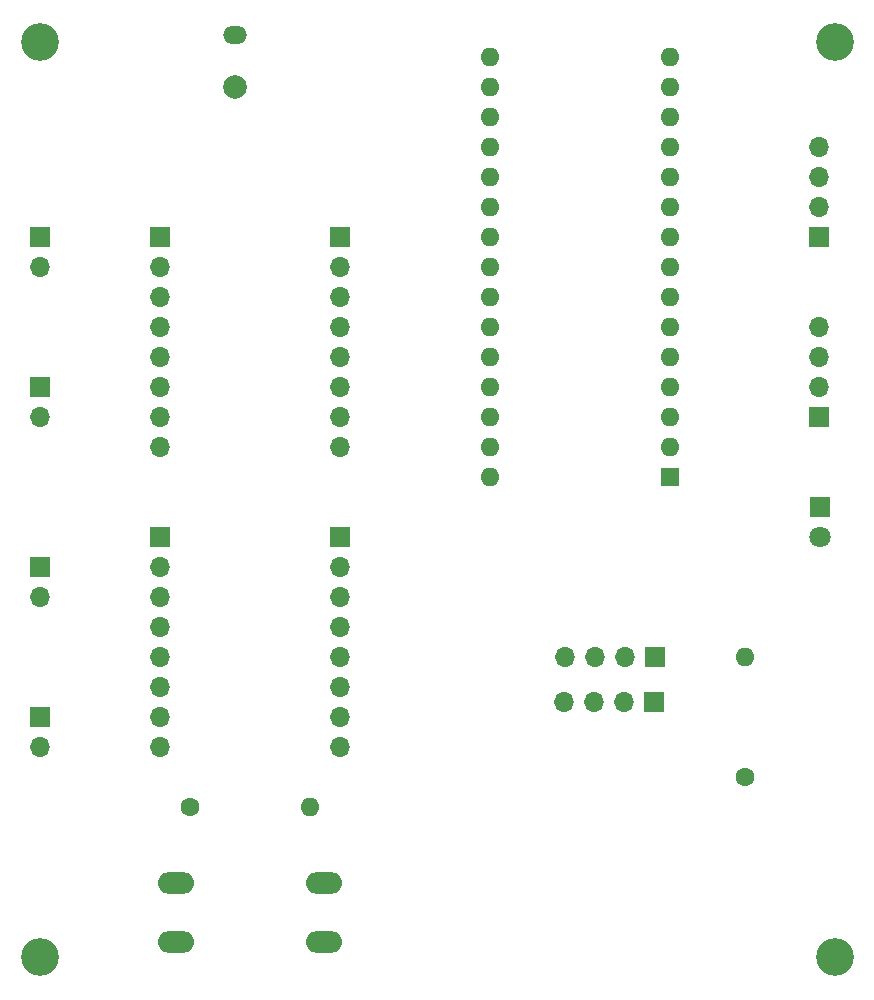
<source format=gbr>
%TF.GenerationSoftware,KiCad,Pcbnew,(7.0.0-0)*%
%TF.CreationDate,2023-05-27T19:41:02+07:00*%
%TF.ProjectId,Office HVAC,4f666669-6365-4204-9856-41432e6b6963,rev?*%
%TF.SameCoordinates,Original*%
%TF.FileFunction,Soldermask,Bot*%
%TF.FilePolarity,Negative*%
%FSLAX46Y46*%
G04 Gerber Fmt 4.6, Leading zero omitted, Abs format (unit mm)*
G04 Created by KiCad (PCBNEW (7.0.0-0)) date 2023-05-27 19:41:02*
%MOMM*%
%LPD*%
G01*
G04 APERTURE LIST*
%ADD10C,1.600000*%
%ADD11O,1.600000X1.600000*%
%ADD12C,3.200000*%
%ADD13R,1.700000X1.700000*%
%ADD14O,1.700000X1.700000*%
%ADD15R,1.600000X1.600000*%
%ADD16R,1.800000X1.800000*%
%ADD17C,1.800000*%
%ADD18O,2.000000X1.500000*%
%ADD19C,2.000000*%
%ADD20O,3.048000X1.850000*%
G04 APERTURE END LIST*
D10*
%TO.C,R2*%
X133350000Y-129540000D03*
D11*
X143509999Y-129539999D03*
%TD*%
D12*
%TO.C,H1*%
X120650000Y-64770000D03*
%TD*%
D13*
%TO.C,J8*%
X146074999Y-81279999D03*
D14*
X146074999Y-83819999D03*
X146074999Y-86359999D03*
X146074999Y-88899999D03*
X146074999Y-91439999D03*
X146074999Y-93979999D03*
X146074999Y-96519999D03*
X146074999Y-99059999D03*
%TD*%
D13*
%TO.C,J6*%
X130809999Y-81279999D03*
D14*
X130809999Y-83819999D03*
X130809999Y-86359999D03*
X130809999Y-88899999D03*
X130809999Y-91439999D03*
X130809999Y-93979999D03*
X130809999Y-96519999D03*
X130809999Y-99059999D03*
%TD*%
D13*
%TO.C,J3*%
X120649999Y-109219999D03*
D14*
X120649999Y-111759999D03*
%TD*%
D13*
%TO.C,J14*%
X172699999Y-120649999D03*
D14*
X170159999Y-120649999D03*
X167619999Y-120649999D03*
X165079999Y-120649999D03*
%TD*%
D13*
%TO.C,J101*%
X186664999Y-81269999D03*
D14*
X186664999Y-78729999D03*
X186664999Y-76189999D03*
X186664999Y-73649999D03*
%TD*%
D13*
%TO.C,J2*%
X120649999Y-93979999D03*
D14*
X120649999Y-96519999D03*
%TD*%
D13*
%TO.C,J4*%
X120649999Y-121919999D03*
D14*
X120649999Y-124459999D03*
%TD*%
D12*
%TO.C,H4*%
X187960000Y-142240000D03*
%TD*%
D13*
%TO.C,J7*%
X130809999Y-106679999D03*
D14*
X130809999Y-109219999D03*
X130809999Y-111759999D03*
X130809999Y-114299999D03*
X130809999Y-116839999D03*
X130809999Y-119379999D03*
X130809999Y-121919999D03*
X130809999Y-124459999D03*
%TD*%
D12*
%TO.C,H2*%
X187960000Y-64770000D03*
%TD*%
D13*
%TO.C,J10*%
X186664999Y-96499999D03*
D14*
X186664999Y-93959999D03*
X186664999Y-91419999D03*
X186664999Y-88879999D03*
%TD*%
D15*
%TO.C,A101*%
X173979999Y-101599999D03*
D11*
X173979999Y-99059999D03*
X173979999Y-96519999D03*
X173979999Y-93979999D03*
X173979999Y-91439999D03*
X173979999Y-88899999D03*
X173979999Y-86359999D03*
X173979999Y-83819999D03*
X173979999Y-81279999D03*
X173979999Y-78739999D03*
X173979999Y-76199999D03*
X173979999Y-73659999D03*
X173979999Y-71119999D03*
X173979999Y-68579999D03*
X173979999Y-66039999D03*
X158739999Y-66039999D03*
X158739999Y-68579999D03*
X158739999Y-71119999D03*
X158739999Y-73659999D03*
X158739999Y-76199999D03*
X158739999Y-78739999D03*
X158739999Y-81279999D03*
X158739999Y-83819999D03*
X158739999Y-86359999D03*
X158739999Y-88899999D03*
X158739999Y-91439999D03*
X158739999Y-93979999D03*
X158739999Y-96519999D03*
X158739999Y-99059999D03*
X158739999Y-101599999D03*
%TD*%
D16*
%TO.C,D1*%
X186689999Y-104139999D03*
D17*
X186690000Y-106680000D03*
%TD*%
D10*
%TO.C,R1*%
X180340000Y-126950000D03*
D11*
X180339999Y-116789999D03*
%TD*%
D13*
%TO.C,J1*%
X120649999Y-81279999D03*
D14*
X120649999Y-83819999D03*
%TD*%
D12*
%TO.C,H3*%
X120650000Y-142240000D03*
%TD*%
D18*
%TO.C,J5*%
X137159999Y-64179999D03*
D19*
X137160000Y-68580000D03*
%TD*%
D13*
%TO.C,J12*%
X172709999Y-116814999D03*
D14*
X170169999Y-116814999D03*
X167629999Y-116814999D03*
X165089999Y-116814999D03*
%TD*%
D13*
%TO.C,J9*%
X146049999Y-106679999D03*
D14*
X146049999Y-109219999D03*
X146049999Y-111759999D03*
X146049999Y-114299999D03*
X146049999Y-116839999D03*
X146049999Y-119379999D03*
X146049999Y-121919999D03*
X146049999Y-124459999D03*
%TD*%
D20*
%TO.C,SW1*%
X132189999Y-135929999D03*
X144689999Y-135929999D03*
X132189999Y-140929999D03*
X144689999Y-140929999D03*
%TD*%
M02*

</source>
